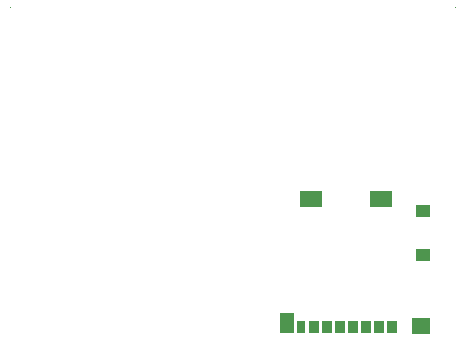
<source format=gbr>
%TF.GenerationSoftware,KiCad,Pcbnew,(6.0.11)*%
%TF.CreationDate,2023-02-10T16:12:38-06:00*%
%TF.ProjectId,leapsd,6c656170-7364-42e6-9b69-6361645f7063,rev?*%
%TF.SameCoordinates,Original*%
%TF.FileFunction,Paste,Top*%
%TF.FilePolarity,Positive*%
%FSLAX46Y46*%
G04 Gerber Fmt 4.6, Leading zero omitted, Abs format (unit mm)*
G04 Created by KiCad (PCBNEW (6.0.11)) date 2023-02-10 16:12:38*
%MOMM*%
%LPD*%
G01*
G04 APERTURE LIST*
%ADD10R,0.001000X0.001000*%
%ADD11R,0.850000X1.100000*%
%ADD12R,0.750000X1.100000*%
%ADD13R,1.200000X1.000000*%
%ADD14R,1.900000X1.350000*%
%ADD15R,1.170000X1.800000*%
%ADD16R,1.550000X1.350000*%
G04 APERTURE END LIST*
D10*
%TO.C,1*%
X159900000Y-39200000D03*
X197600000Y-39200000D03*
%TD*%
D11*
%TO.C,Micro SD*%
X192105000Y-66250000D03*
X191005000Y-66250000D03*
X189905000Y-66250000D03*
X188805000Y-66250000D03*
X187705000Y-66250000D03*
X186605000Y-66250000D03*
X185505000Y-66250000D03*
D12*
X184455000Y-66250000D03*
D13*
X194740000Y-60100000D03*
X194740000Y-56400000D03*
D14*
X191240000Y-55425000D03*
X185270000Y-55425000D03*
D15*
X183245000Y-65900000D03*
D16*
X194565000Y-66125000D03*
%TD*%
M02*

</source>
